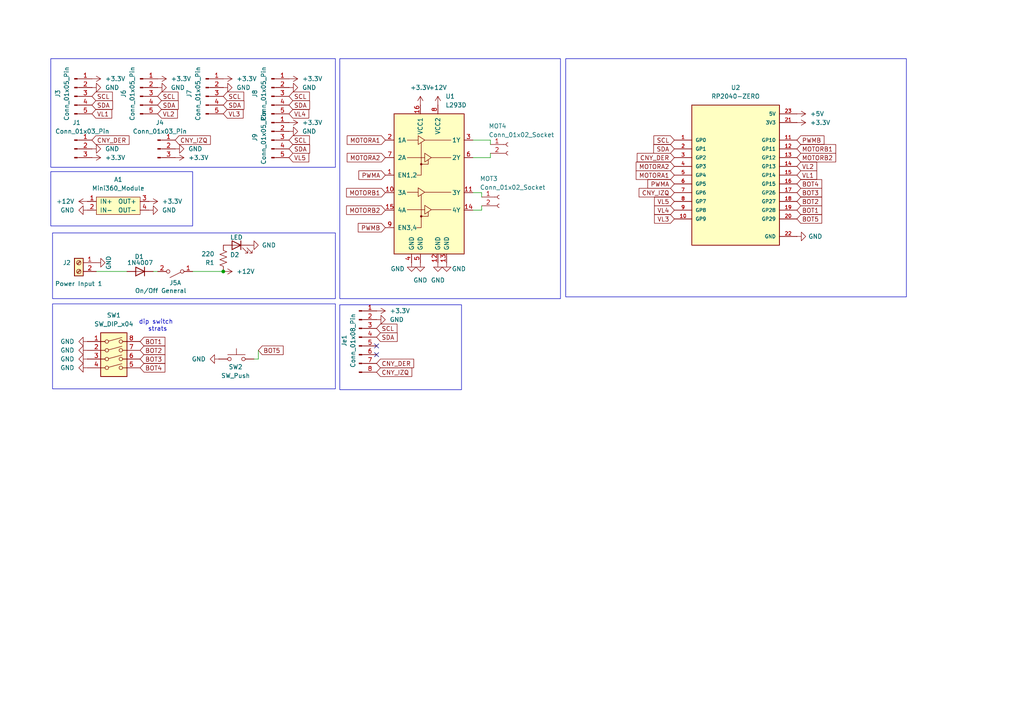
<source format=kicad_sch>
(kicad_sch (version 20250114) (generator "eeschema") (generator_version "9.0")
  (paper "A4")
  (lib_symbols
    (symbol "Charleslabs_Parts:Mini360_Module" (pin_names (offset 1.016))
      (property "Reference" "A" (at -6.35 3.81 0))
      (property "Value" "Mini360_Module" (at 5.08 3.81 0))
      (symbol "Mini360_Module_0_1"
        (rectangle (start -6.35 2.54) (end 6.35 -2.54) (fill (type background)))
      )
      (symbol "Mini360_Module_1_1"
        (pin power_in line (at -8.89 1.27 0) (length 2.54) (name "IN+") (number "1"))
        (pin power_in line (at -8.89 -1.27 0) (length 2.54) (name "IN-") (number "2"))
        (pin power_out line (at 8.89 1.27 180) (length 2.54) (name "OUT+") (number "3"))
        (pin power_in line (at 8.89 -1.27 180) (length 2.54) (name "OUT-") (number "4"))
      )
    )
    (symbol "Connector:Conn_01x02_Socket" (pin_names (offset 1.016) (hide yes))
      (property "Reference" "J" (at 0 2.54 0))
      (property "Value" "Conn_01x02_Socket" (at 0 -5.08 0))
      (symbol "Conn_01x02_Socket_1_1"
        (polyline (pts (xy -1.27 0) (xy -0.508 0)) (stroke (width 0.1524)))
        (polyline (pts (xy -1.27 -2.54) (xy -0.508 -2.54)) (stroke (width 0.1524)))
        (arc (start 0 -0.508) (mid -0.5058 0) (end 0 0.508) (stroke (width 0.1524)))
        (arc (start 0 -3.048) (mid -0.5058 -2.54) (end 0 -2.032) (stroke (width 0.1524)))
        (pin passive line (at -5.08 0 0) (length 3.81) (name "Pin_1") (number "1"))
        (pin passive line (at -5.08 -2.54 0) (length 3.81) (name "Pin_2") (number "2"))
      )
    )
    (symbol "Connector:Conn_01x03_Pin" (pin_names (offset 1.016) (hide yes))
      (property "Reference" "J" (at 0 5.08 0))
      (property "Value" "Conn_01x03_Pin" (at 0 -5.08 0))
      (symbol "Conn_01x03_Pin_1_1"
        (rectangle (start 0.8636 2.667) (end 0 2.413) (stroke (width 0.1524)) (fill (type outline)))
        (rectangle (start 0.8636 0.127) (end 0 -0.127) (stroke (width 0.1524)) (fill (type outline)))
        (rectangle (start 0.8636 -2.413) (end 0 -2.667) (stroke (width 0.1524)) (fill (type outline)))
        (polyline (pts (xy 1.27 2.54) (xy 0.8636 2.54)) (stroke (width 0.1524)))
        (polyline (pts (xy 1.27 0) (xy 0.8636 0)) (stroke (width 0.1524)))
        (polyline (pts (xy 1.27 -2.54) (xy 0.8636 -2.54)) (stroke (width 0.1524)))
        (pin passive line (at 5.08 2.54 180) (length 3.81) (name "Pin_1") (number "1"))
        (pin passive line (at 5.08 0 180) (length 3.81) (name "Pin_2") (number "2"))
        (pin passive line (at 5.08 -2.54 180) (length 3.81) (name "Pin_3") (number "3"))
      )
    )
    (symbol "Connector:Conn_01x05_Pin" (pin_names (offset 1.016) (hide yes))
      (property "Reference" "J" (at 0 7.62 0))
      (property "Value" "Conn_01x05_Pin" (at 0 -7.62 0))
      (symbol "Conn_01x05_Pin_1_1"
        (rectangle (start 0.8636 5.207) (end 0 4.953) (stroke (width 0.1524)) (fill (type outline)))
        (rectangle (start 0.8636 2.667) (end 0 2.413) (stroke (width 0.1524)) (fill (type outline)))
        (rectangle (start 0.8636 0.127) (end 0 -0.127) (stroke (width 0.1524)) (fill (type outline)))
        (rectangle (start 0.8636 -2.413) (end 0 -2.667) (stroke (width 0.1524)) (fill (type outline)))
        (rectangle (start 0.8636 -4.953) (end 0 -5.207) (stroke (width 0.1524)) (fill (type outline)))
        (polyline (pts (xy 1.27 5.08) (xy 0.8636 5.08)) (stroke (width 0.1524)))
        (polyline (pts (xy 1.27 2.54) (xy 0.8636 2.54)) (stroke (width 0.1524)))
        (polyline (pts (xy 1.27 0) (xy 0.8636 0)) (stroke (width 0.1524)))
        (polyline (pts (xy 1.27 -2.54) (xy 0.8636 -2.54)) (stroke (width 0.1524)))
        (polyline (pts (xy 1.27 -5.08) (xy 0.8636 -5.08)) (stroke (width 0.1524)))
        (pin passive line (at 5.08 5.08 180) (length 3.81) (name "Pin_1") (number "1"))
        (pin passive line (at 5.08 2.54 180) (length 3.81) (name "Pin_2") (number "2"))
        (pin passive line (at 5.08 0 180) (length 3.81) (name "Pin_3") (number "3"))
        (pin passive line (at 5.08 -2.54 180) (length 3.81) (name "Pin_4") (number "4"))
        (pin passive line (at 5.08 -5.08 180) (length 3.81) (name "Pin_5") (number "5"))
      )
    )
    (symbol "Connector:Conn_01x08_Pin" (pin_names (offset 1.016) (hide yes))
      (property "Reference" "J" (at 0 10.16 0))
      (property "Value" "Conn_01x08_Pin" (at 0 -12.7 0))
      (symbol "Conn_01x08_Pin_1_1"
        (rectangle (start 0.8636 7.747) (end 0 7.493) (stroke (width 0.1524)) (fill (type outline)))
        (rectangle (start 0.8636 5.207) (end 0 4.953) (stroke (width 0.1524)) (fill (type outline)))
        (rectangle (start 0.8636 2.667) (end 0 2.413) (stroke (width 0.1524)) (fill (type outline)))
        (rectangle (start 0.8636 0.127) (end 0 -0.127) (stroke (width 0.1524)) (fill (type outline)))
        (rectangle (start 0.8636 -2.413) (end 0 -2.667) (stroke (width 0.1524)) (fill (type outline)))
        (rectangle (start 0.8636 -4.953) (end 0 -5.207) (stroke (width 0.1524)) (fill (type outline)))
        (rectangle (start 0.8636 -7.493) (end 0 -7.747) (stroke (width 0.1524)) (fill (type outline)))
        (rectangle (start 0.8636 -10.033) (end 0 -10.287) (stroke (width 0.1524)) (fill (type outline)))
        (polyline (pts (xy 1.27 7.62) (xy 0.8636 7.62)) (stroke (width 0.1524)))
        (polyline (pts (xy 1.27 5.08) (xy 0.8636 5.08)) (stroke (width 0.1524)))
        (polyline (pts (xy 1.27 2.54) (xy 0.8636 2.54)) (stroke (width 0.1524)))
        (polyline (pts (xy 1.27 0) (xy 0.8636 0)) (stroke (width 0.1524)))
        (polyline (pts (xy 1.27 -2.54) (xy 0.8636 -2.54)) (stroke (width 0.1524)))
        (polyline (pts (xy 1.27 -5.08) (xy 0.8636 -5.08)) (stroke (width 0.1524)))
        (polyline (pts (xy 1.27 -7.62) (xy 0.8636 -7.62)) (stroke (width 0.1524)))
        (polyline (pts (xy 1.27 -10.16) (xy 0.8636 -10.16)) (stroke (width 0.1524)))
        (pin passive line (at 5.08 7.62 180) (length 3.81) (name "Pin_1") (number "1"))
        (pin passive line (at 5.08 5.08 180) (length 3.81) (name "Pin_2") (number "2"))
        (pin passive line (at 5.08 2.54 180) (length 3.81) (name "Pin_3") (number "3"))
        (pin passive line (at 5.08 0 180) (length 3.81) (name "Pin_4") (number "4"))
        (pin passive line (at 5.08 -2.54 180) (length 3.81) (name "Pin_5") (number "5"))
        (pin passive line (at 5.08 -5.08 180) (length 3.81) (name "Pin_6") (number "6"))
        (pin passive line (at 5.08 -7.62 180) (length 3.81) (name "Pin_7") (number "7"))
        (pin passive line (at 5.08 -10.16 180) (length 3.81) (name "Pin_8") (number "8"))
      )
    )
    (symbol "Connector:Screw_Terminal_01x02" (pin_names (offset 1.016) (hide yes))
      (property "Reference" "J" (at 0 2.54 0))
      (property "Value" "Screw_Terminal_01x02" (at 0 -5.08 0))
      (symbol "Screw_Terminal_01x02_1_1"
        (rectangle (start -1.27 1.27) (end 1.27 -3.81) (stroke (width 0.254)) (fill (type background)))
        (polyline (pts (xy -0.5334 0.3302) (xy 0.3302 -0.508)) (stroke (width 0.1524)))
        (polyline (pts (xy -0.5334 -2.2098) (xy 0.3302 -3.048)) (stroke (width 0.1524)))
        (polyline (pts (xy -0.3556 0.508) (xy 0.508 -0.3302)) (stroke (width 0.1524)))
        (polyline (pts (xy -0.3556 -2.032) (xy 0.508 -2.8702)) (stroke (width 0.1524)))
        (circle (center 0 0) (radius 0.635) (stroke (width 0.1524)))
        (circle (center 0 -2.54) (radius 0.635) (stroke (width 0.1524)))
        (pin passive line (at -5.08 0 0) (length 3.81) (name "Pin_1") (number "1"))
        (pin passive line (at -5.08 -2.54 0) (length 3.81) (name "Pin_2") (number "2"))
      )
    )
    (symbol "Device:LED" (pin_numbers (hide yes)) (pin_names (offset 1.016) (hide yes))
      (property "Reference" "D" (at 0 2.54 0))
      (property "Value" "LED" (at 0 -2.54 0))
      (symbol "LED_0_1"
        (polyline (pts (xy -3.048 -0.762) (xy -4.572 -2.286) (xy -3.81 -2.286) (xy -4.572 -2.286) (xy -4.572 -1.524)))
        (polyline (pts (xy -1.778 -0.762) (xy -3.302 -2.286) (xy -2.54 -2.286) (xy -3.302 -2.286) (xy -3.302 -1.524)))
        (polyline (pts (xy -1.27 0) (xy 1.27 0)))
        (polyline (pts (xy -1.27 -1.27) (xy -1.27 1.27)) (stroke (width 0.254)))
        (polyline (pts (xy 1.27 -1.27) (xy 1.27 1.27) (xy -1.27 0) (xy 1.27 -1.27)) (stroke (width 0.254)))
      )
      (symbol "LED_1_1"
        (pin passive line (at -3.81 0 0) (length 2.54) (name "K") (number "1"))
        (pin passive line (at 3.81 0 180) (length 2.54) (name "A") (number "2"))
      )
    )
    (symbol "Device:R_US" (pin_numbers (hide yes)) (pin_names (offset 0))
      (property "Reference" "R" (at 2.54 0 90))
      (property "Value" "R_US" (at -2.54 0 90))
      (symbol "R_US_0_1"
        (polyline (pts (xy 0 2.286) (xy 0 2.54)))
        (polyline (pts (xy 0 2.286) (xy 1.016 1.905) (xy 0 1.524) (xy -1.016 1.143) (xy 0 0.762)))
        (polyline (pts (xy 0 0.762) (xy 1.016 0.381) (xy 0 0) (xy -1.016 -0.381) (xy 0 -0.762)))
        (polyline (pts (xy 0 -0.762) (xy 1.016 -1.143) (xy 0 -1.524) (xy -1.016 -1.905) (xy 0 -2.286)))
        (polyline (pts (xy 0 -2.286) (xy 0 -2.54)))
      )
      (symbol "R_US_1_1"
        (pin passive line (at 0 3.81 270) (length 1.27) (name "~") (number "1"))
        (pin passive line (at 0 -3.81 90) (length 1.27) (name "~") (number "2"))
      )
    )
    (symbol "Diode:1N4007" (pin_numbers (hide yes)) (pin_names (hide yes))
      (property "Reference" "D" (at 0 2.54 0))
      (property "Value" "1N4007" (at 0 -2.54 0))
      (symbol "1N4007_0_1"
        (polyline (pts (xy -1.27 1.27) (xy -1.27 -1.27)) (stroke (width 0.254)))
        (polyline (pts (xy 1.27 1.27) (xy 1.27 -1.27) (xy -1.27 0) (xy 1.27 1.27)) (stroke (width 0.254)))
        (polyline (pts (xy 1.27 0) (xy -1.27 0)))
      )
      (symbol "1N4007_1_1"
        (pin passive line (at -3.81 0 0) (length 2.54) (name "K") (number "1"))
        (pin passive line (at 3.81 0 180) (length 2.54) (name "A") (number "2"))
      )
    )
    (symbol "Driver_Motor:L293D" (pin_names (offset 1.016))
      (property "Reference" "U" (at -5.08 26.035 0))
      (property "Value" "L293D" (at -5.08 24.13 0))
      (symbol "L293D_0_1"
        (rectangle (start -10.16 22.86) (end 10.16 -17.78) (stroke (width 0.254)) (fill (type background)))
        (polyline (pts (xy -6.35 15.24) (xy -3.175 15.24)))
        (polyline (pts (xy -6.35 10.16) (xy -1.27 10.16)))
        (polyline (pts (xy -6.35 0.127) (xy -3.175 0.127)))
        (polyline (pts (xy -6.35 -4.953) (xy -1.27 -4.953)))
        (polyline (pts (xy -3.175 16.51) (xy -3.175 13.97) (xy -1.27 15.24) (xy -3.175 16.51)))
        (polyline (pts (xy -3.175 1.397) (xy -3.175 -1.143) (xy -1.27 0.127) (xy -3.175 1.397)))
        (polyline (pts (xy -2.286 14.478) (xy -2.286 5.08) (xy -3.556 5.08)))
        (circle (center -2.286 8.255) (radius 0.254) (fill (type outline)))
        (polyline (pts (xy -2.286 8.255) (xy -0.254 8.255) (xy -0.254 9.525)))
        (polyline (pts (xy -2.286 -0.635) (xy -2.286 -10.16) (xy -3.556 -10.16)))
        (circle (center -2.286 -6.858) (radius 0.254) (fill (type outline)))
        (polyline (pts (xy -2.286 -6.858) (xy -0.254 -6.858) (xy -0.254 -5.588)))
        (polyline (pts (xy -1.27 15.24) (xy 6.35 15.24)))
        (polyline (pts (xy -1.27 11.43) (xy -1.27 8.89) (xy 0.635 10.16) (xy -1.27 11.43)))
        (polyline (pts (xy -1.27 0.127) (xy 6.35 0.127)))
        (polyline (pts (xy -1.27 -3.683) (xy -1.27 -6.223) (xy 0.635 -4.953) (xy -1.27 -3.683)))
        (polyline (pts (xy 0.635 10.16) (xy 6.35 10.16)))
        (polyline (pts (xy 0.635 -4.953) (xy 6.35 -4.953)))
      )
      (symbol "L293D_1_1"
        (pin input line (at -12.7 15.24 0) (length 2.54) (name "1A") (number "2"))
        (pin input line (at -12.7 10.16 0) (length 2.54) (name "2A") (number "7"))
        (pin input line (at -12.7 5.08 0) (length 2.54) (name "EN1,2") (number "1"))
        (pin input line (at -12.7 0 0) (length 2.54) (name "3A") (number "10"))
        (pin input line (at -12.7 -5.08 0) (length 2.54) (name "4A") (number "15"))
        (pin input line (at -12.7 -10.16 0) (length 2.54) (name "EN3,4") (number "9"))
        (pin power_in line (at -5.08 -20.32 90) (length 2.54) (name "GND") (number "4"))
        (pin power_in line (at -2.54 25.4 270) (length 2.54) (name "VCC1") (number "16"))
        (pin power_in line (at -2.54 -20.32 90) (length 2.54) (name "GND") (number "5"))
        (pin power_in line (at 2.54 25.4 270) (length 2.54) (name "VCC2") (number "8"))
        (pin power_in line (at 2.54 -20.32 90) (length 2.54) (name "GND") (number "12"))
        (pin power_in line (at 5.08 -20.32 90) (length 2.54) (name "GND") (number "13"))
        (pin output line (at 12.7 15.24 180) (length 2.54) (name "1Y") (number "3"))
        (pin output line (at 12.7 10.16 180) (length 2.54) (name "2Y") (number "6"))
        (pin output line (at 12.7 0 180) (length 2.54) (name "3Y") (number "11"))
        (pin output line (at 12.7 -5.08 180) (length 2.54) (name "4Y") (number "14"))
      )
    )
    (symbol "RP2040-ZERO:RP2040-ZERO" (pin_names (offset 1.016))
      (property "Reference" "U" (at -12.7 21.082 0))
      (property "Value" "RP2040-ZERO" (at -12.7 -22.86 0))
      (symbol "RP2040-ZERO_0_0"
        (rectangle (start -12.7 -20.32) (end 12.7 20.32) (stroke (width 0.254)) (fill (type background)))
        (pin bidirectional line (at -17.78 10.16 0) (length 5.08) (name "GP0") (number "1"))
        (pin bidirectional line (at -17.78 7.62 0) (length 5.08) (name "GP1") (number "2"))
        (pin bidirectional line (at -17.78 5.08 0) (length 5.08) (name "GP2") (number "3"))
        (pin bidirectional line (at -17.78 2.54 0) (length 5.08) (name "GP3") (number "4"))
        (pin bidirectional line (at -17.78 0 0) (length 5.08) (name "GP4") (number "5"))
        (pin bidirectional line (at -17.78 -2.54 0) (length 5.08) (name "GP5") (number "6"))
        (pin bidirectional line (at -17.78 -5.08 0) (length 5.08) (name "GP6") (number "7"))
        (pin bidirectional line (at -17.78 -7.62 0) (length 5.08) (name "GP7") (number "8"))
        (pin bidirectional line (at -17.78 -10.16 0) (length 5.08) (name "GP8") (number "9"))
        (pin bidirectional line (at -17.78 -12.7 0) (length 5.08) (name "GP9") (number "10"))
        (pin power_in line (at 17.78 17.78 180) (length 5.08) (name "5V") (number "23"))
        (pin power_in line (at 17.78 15.24 180) (length 5.08) (name "3V3") (number "21"))
        (pin bidirectional line (at 17.78 10.16 180) (length 5.08) (name "GP10") (number "11"))
        (pin bidirectional line (at 17.78 7.62 180) (length 5.08) (name "GP11") (number "12"))
        (pin bidirectional line (at 17.78 5.08 180) (length 5.08) (name "GP12") (number "13"))
        (pin bidirectional line (at 17.78 2.54 180) (length 5.08) (name "GP13") (number "14"))
        (pin bidirectional line (at 17.78 0 180) (length 5.08) (name "GP14") (number "15"))
        (pin bidirectional line (at 17.78 -2.54 180) (length 5.08) (name "GP15") (number "16"))
        (pin bidirectional line (at 17.78 -5.08 180) (length 5.08) (name "GP26") (number "17"))
        (pin bidirectional line (at 17.78 -7.62 180) (length 5.08) (name "GP27") (number "18"))
        (pin bidirectional line (at 17.78 -10.16 180) (length 5.08) (name "GP28") (number "19"))
        (pin bidirectional line (at 17.78 -12.7 180) (length 5.08) (name "GP29") (number "20"))
        (pin power_in line (at 17.78 -17.78 180) (length 5.08) (name "GND") (number "22"))
      )
    )
    (symbol "Switch:SW_DIP_x04" (pin_names (offset 0) (hide yes))
      (property "Reference" "SW" (at 0 8.89 0))
      (property "Value" "SW_DIP_x04" (at 0 -6.35 0))
      (symbol "SW_DIP_x04_0_0"
        (circle (center -2.032 5.08) (radius 0.508))
        (circle (center -2.032 2.54) (radius 0.508))
        (circle (center -2.032 0) (radius 0.508))
        (circle (center -2.032 -2.54) (radius 0.508))
        (polyline (pts (xy -1.524 5.207) (xy 2.3622 6.2484)))
        (polyline (pts (xy -1.524 2.667) (xy 2.3622 3.7084)))
        (polyline (pts (xy -1.524 0.127) (xy 2.3622 1.1684)))
        (polyline (pts (xy -1.524 -2.3876) (xy 2.3622 -1.3462)))
        (circle (center 2.032 5.08) (radius 0.508))
        (circle (center 2.032 2.54) (radius 0.508))
        (circle (center 2.032 0) (radius 0.508))
        (circle (center 2.032 -2.54) (radius 0.508))
      )
      (symbol "SW_DIP_x04_0_1"
        (rectangle (start -3.81 7.62) (end 3.81 -5.08) (stroke (width 0.254)) (fill (type background)))
      )
      (symbol "SW_DIP_x04_1_1"
        (pin passive line (at -7.62 5.08 0) (length 5.08) (name "~") (number "1"))
        (pin passive line (at -7.62 2.54 0) (length 5.08) (name "~") (number "2"))
        (pin passive line (at -7.62 0 0) (length 5.08) (name "~") (number "3"))
        (pin passive line (at -7.62 -2.54 0) (length 5.08) (name "~") (number "4"))
        (pin passive line (at 7.62 5.08 180) (length 5.08) (name "~") (number "8"))
        (pin passive line (at 7.62 2.54 180) (length 5.08) (name "~") (number "7"))
        (pin passive line (at 7.62 0 180) (length 5.08) (name "~") (number "6"))
        (pin passive line (at 7.62 -2.54 180) (length 5.08) (name "~") (number "5"))
      )
    )
    (symbol "Switch:SW_DPST_x2" (pin_names (offset 0) (hide yes))
      (property "Reference" "SW" (at 0 3.175 0))
      (property "Value" "SW_DPST_x2" (at 0 -2.54 0))
      (symbol "SW_DPST_x2_0_0"
        (circle (center -2.032 0) (radius 0.508))
        (polyline (pts (xy -1.524 0.254) (xy 1.524 1.778)))
        (circle (center 2.032 0) (radius 0.508))
      )
      (symbol "SW_DPST_x2_1_1"
        (pin passive line (at -5.08 0 0) (length 2.54) (name "A") (number "1"))
        (pin passive line (at 5.08 0 180) (length 2.54) (name "B") (number "2"))
      )
      (symbol "SW_DPST_x2_2_1"
        (pin passive line (at -5.08 0 0) (length 2.54) (name "A") (number "3"))
        (pin passive line (at 5.08 0 180) (length 2.54) (name "B") (number "4"))
      )
    )
    (symbol "Switch:SW_Push" (pin_numbers (hide yes)) (pin_names (offset 1.016) (hide yes))
      (property "Reference" "SW" (at 1.27 2.54 0))
      (property "Value" "SW_Push" (at 0 -1.524 0))
      (symbol "SW_Push_0_1"
        (circle (center -2.032 0) (radius 0.508))
        (polyline (pts (xy 0 1.27) (xy 0 3.048)))
        (circle (center 2.032 0) (radius 0.508))
        (polyline (pts (xy 2.54 1.27) (xy -2.54 1.27)))
        (pin passive line (at -5.08 0 0) (length 2.54) (name "1") (number "1"))
        (pin passive line (at 5.08 0 180) (length 2.54) (name "2") (number "2"))
      )
    )
    (symbol "power:+12V" (power) (pin_numbers (hide yes)) (pin_names (offset 0) (hide yes))
      (property "Value" "+12V" (at 0 3.556 0))
      (symbol "+12V_0_1"
        (polyline (pts (xy -0.762 1.27) (xy 0 2.54)))
        (polyline (pts (xy 0 2.54) (xy 0.762 1.27)))
        (polyline (pts (xy 0 0) (xy 0 2.54)))
      )
      (symbol "+12V_1_1"
        (pin power_in line (at 0 0 90) (length 0) (name "~") (number "1"))
      )
    )
    (symbol "power:+3.3V" (power) (pin_numbers (hide yes)) (pin_names (offset 0) (hide yes))
      (property "Value" "+3.3V" (at 0 3.556 0))
      (symbol "+3.3V_0_1"
        (polyline (pts (xy -0.762 1.27) (xy 0 2.54)))
        (polyline (pts (xy 0 2.54) (xy 0.762 1.27)))
        (polyline (pts (xy 0 0) (xy 0 2.54)))
      )
      (symbol "+3.3V_1_1"
        (pin power_in line (at 0 0 90) (length 0) (name "~") (number "1"))
      )
    )
    (symbol "power:+5V" (power) (pin_numbers (hide yes)) (pin_names (offset 0) (hide yes))
      (property "Value" "+5V" (at 0 3.556 0))
      (symbol "+5V_0_1"
        (polyline (pts (xy -0.762 1.27) (xy 0 2.54)))
        (polyline (pts (xy 0 2.54) (xy 0.762 1.27)))
        (polyline (pts (xy 0 0) (xy 0 2.54)))
      )
      (symbol "+5V_1_1"
        (pin power_in line (at 0 0 90) (length 0) (name "~") (number "1"))
      )
    )
    (symbol "power:GND" (power) (pin_numbers (hide yes)) (pin_names (offset 0) (hide yes))
      (property "Value" "GND" (at 0 -3.81 0))
      (symbol "GND_0_1"
        (polyline (pts (xy 0 0) (xy 0 -1.27) (xy 1.27 -1.27) (xy 0 -2.54) (xy -1.27 -1.27) (xy 0 -1.27)))
      )
      (symbol "GND_1_1"
        (pin power_in line (at 0 0 270) (length 0) (name "~") (number "1"))
      )
    )
  )
  (rectangle (start 15.24 67.564) (end 97.282 86.614))
  (rectangle (start 14.732 49.784) (end 55.88 65.532))
  (rectangle (start 164.084 17.018) (end 262.89 86.106))
  (rectangle (start 98.552 17.018) (end 162.56 86.614))
  (rectangle (start 98.552 88.392) (end 133.858 113.03))
  (rectangle (start 15.24 88.138) (end 97.282 112.776))
  (rectangle (start 14.732 17.018) (end 97.282 48.514))
  (text "dip switch \nstrats\n" (at 45.72 94.488 0) (effects (font (size 1.27 1.27))))
  (junction (at 64.77 78.74))
  (no_connect (at 109.22 102.87))
  (no_connect (at 109.22 100.33))
  (wire (pts (xy 137.16 55.88) (xy 139.7 55.88)))
  (wire (pts (xy 64.77 78.74) (xy 55.88 78.74)))
  (wire (pts (xy 74.93 104.14) (xy 73.66 104.14)))
  (wire (pts (xy 142.24 40.64) (xy 142.24 41.91)))
  (wire (pts (xy 137.16 45.72) (xy 142.24 45.72)))
  (wire (pts (xy 74.93 101.6) (xy 74.93 104.14)))
  (wire (pts (xy 137.16 40.64) (xy 142.24 40.64)))
  (wire (pts (xy 142.24 44.45) (xy 142.24 45.72)))
  (wire (pts (xy 27.94 78.74) (xy 36.83 78.74)))
  (wire (pts (xy 139.7 60.96) (xy 139.7 59.69)))
  (wire (pts (xy 139.7 55.88) (xy 139.7 57.15)))
  (wire (pts (xy 45.72 78.74) (xy 44.45 78.74)))
  (wire (pts (xy 137.16 60.96) (xy 139.7 60.96)))
  (global_label "VL3" (shape input) (at 195.58 63.5 180) (property "Intersheetrefs" "${INTERSHEET_REFS}" (effects (hide yes))))
  (global_label "SDA" (shape input) (at 109.22 97.79 0) (property "Intersheetrefs" "${INTERSHEET_REFS}" (effects (hide yes))))
  (global_label "MOTORA2" (shape input) (at 111.76 45.72 180) (property "Intersheetrefs" "${INTERSHEET_REFS}" (effects (hide yes))))
  (global_label "SDA" (shape input) (at 83.82 43.18 0) (property "Intersheetrefs" "${INTERSHEET_REFS}" (effects (hide yes))))
  (global_label "VL4" (shape input) (at 195.58 60.96 180) (property "Intersheetrefs" "${INTERSHEET_REFS}" (effects (hide yes))))
  (global_label "MOTORB2" (shape input) (at 231.14 45.72 0) (property "Intersheetrefs" "${INTERSHEET_REFS}" (effects (hide yes))))
  (global_label "MOTORB2" (shape input) (at 111.76 60.96 180) (property "Intersheetrefs" "${INTERSHEET_REFS}" (effects (hide yes))))
  (global_label "VL2" (shape input) (at 231.14 48.26 0) (property "Intersheetrefs" "${INTERSHEET_REFS}" (effects (hide yes))))
  (global_label "BOT4" (shape input) (at 231.14 53.34 0) (property "Intersheetrefs" "${INTERSHEET_REFS}" (effects (hide yes))))
  (global_label "MOTORA1" (shape input) (at 195.58 50.8 180) (property "Intersheetrefs" "${INTERSHEET_REFS}" (effects (hide yes))))
  (global_label "VL2" (shape input) (at 45.72 33.02 0) (property "Intersheetrefs" "${INTERSHEET_REFS}" (effects (hide yes))))
  (global_label "BOT1" (shape input) (at 40.64 99.06 0) (property "Intersheetrefs" "${INTERSHEET_REFS}" (effects (hide yes))))
  (global_label "BOT5" (shape input) (at 74.93 101.6 0) (property "Intersheetrefs" "${INTERSHEET_REFS}" (effects (hide yes))))
  (global_label "SCL" (shape input) (at 83.82 27.94 0) (property "Intersheetrefs" "${INTERSHEET_REFS}" (effects (hide yes))))
  (global_label "CNY_DER" (shape input) (at 109.22 105.41 0) (property "Intersheetrefs" "${INTERSHEET_REFS}" (effects (hide yes))))
  (global_label "VL3" (shape input) (at 64.77 33.02 0) (property "Intersheetrefs" "${INTERSHEET_REFS}" (effects (hide yes))))
  (global_label "BOT1" (shape input) (at 231.14 60.96 0) (property "Intersheetrefs" "${INTERSHEET_REFS}" (effects (hide yes))))
  (global_label "SDA" (shape input) (at 195.58 43.18 180) (property "Intersheetrefs" "${INTERSHEET_REFS}" (effects (hide yes))))
  (global_label "SDA" (shape input) (at 83.82 30.48 0) (property "Intersheetrefs" "${INTERSHEET_REFS}" (effects (hide yes))))
  (global_label "SCL" (shape input) (at 195.58 40.64 180) (property "Intersheetrefs" "${INTERSHEET_REFS}" (effects (hide yes))))
  (global_label "CNY_IZQ" (shape input) (at 50.8 40.64 0) (property "Intersheetrefs" "${INTERSHEET_REFS}" (effects (hide yes))))
  (global_label "SDA" (shape input) (at 64.77 30.48 0) (property "Intersheetrefs" "${INTERSHEET_REFS}" (effects (hide yes))))
  (global_label "SCL" (shape input) (at 109.22 95.25 0) (property "Intersheetrefs" "${INTERSHEET_REFS}" (effects (hide yes))))
  (global_label "PWMB" (shape input) (at 231.14 40.64 0) (property "Intersheetrefs" "${INTERSHEET_REFS}" (effects (hide yes))))
  (global_label "BOT2" (shape input) (at 231.14 58.42 0) (property "Intersheetrefs" "${INTERSHEET_REFS}" (effects (hide yes))))
  (global_label "VL4" (shape input) (at 83.82 33.02 0) (property "Intersheetrefs" "${INTERSHEET_REFS}" (effects (hide yes))))
  (global_label "BOT3" (shape input) (at 231.14 55.88 0) (property "Intersheetrefs" "${INTERSHEET_REFS}" (effects (hide yes))))
  (global_label "VL1" (shape input) (at 26.67 33.02 0) (property "Intersheetrefs" "${INTERSHEET_REFS}" (effects (hide yes))))
  (global_label "CNY_IZQ" (shape input) (at 109.22 107.95 0) (property "Intersheetrefs" "${INTERSHEET_REFS}" (effects (hide yes))))
  (global_label "PWMA" (shape input) (at 111.76 50.8 180) (property "Intersheetrefs" "${INTERSHEET_REFS}" (effects (hide yes))))
  (global_label "MOTORA1" (shape input) (at 111.76 40.64 180) (property "Intersheetrefs" "${INTERSHEET_REFS}" (effects (hide yes))))
  (global_label "SCL" (shape input) (at 64.77 27.94 0) (property "Intersheetrefs" "${INTERSHEET_REFS}" (effects (hide yes))))
  (global_label "SCL" (shape input) (at 26.67 27.94 0) (property "Intersheetrefs" "${INTERSHEET_REFS}" (effects (hide yes))))
  (global_label "MOTORB1" (shape input) (at 111.76 55.88 180) (property "Intersheetrefs" "${INTERSHEET_REFS}" (effects (hide yes))))
  (global_label "VL1" (shape input) (at 231.14 50.8 0) (property "Intersheetrefs" "${INTERSHEET_REFS}" (effects (hide yes))))
  (global_label "PWMA" (shape input) (at 195.58 53.34 180) (property "Intersheetrefs" "${INTERSHEET_REFS}" (effects (hide yes))))
  (global_label "BOT2" (shape input) (at 40.64 101.6 0) (property "Intersheetrefs" "${INTERSHEET_REFS}" (effects (hide yes))))
  (global_label "CNY_DER" (shape input) (at 26.67 40.64 0) (property "Intersheetrefs" "${INTERSHEET_REFS}" (effects (hide yes))))
  (global_label "PWMB" (shape input) (at 111.76 66.04 180) (property "Intersheetrefs" "${INTERSHEET_REFS}" (effects (hide yes))))
  (global_label "BOT4" (shape input) (at 40.64 106.68 0) (property "Intersheetrefs" "${INTERSHEET_REFS}" (effects (hide yes))))
  (global_label "CNY_DER" (shape input) (at 195.58 45.72 180) (property "Intersheetrefs" "${INTERSHEET_REFS}" (effects (hide yes))))
  (global_label "SCL" (shape input) (at 45.72 27.94 0) (property "Intersheetrefs" "${INTERSHEET_REFS}" (effects (hide yes))))
  (global_label "SDA" (shape input) (at 45.72 30.48 0) (property "Intersheetrefs" "${INTERSHEET_REFS}" (effects (hide yes))))
  (global_label "BOT5" (shape input) (at 231.14 63.5 0) (property "Intersheetrefs" "${INTERSHEET_REFS}" (effects (hide yes))))
  (global_label "MOTORA2" (shape input) (at 195.58 48.26 180) (property "Intersheetrefs" "${INTERSHEET_REFS}" (effects (hide yes))))
  (global_label "MOTORB1" (shape input) (at 231.14 43.18 0) (property "Intersheetrefs" "${INTERSHEET_REFS}" (effects (hide yes))))
  (global_label "SDA" (shape input) (at 26.67 30.48 0) (property "Intersheetrefs" "${INTERSHEET_REFS}" (effects (hide yes))))
  (global_label "CNY_IZQ" (shape input) (at 195.58 55.88 180) (property "Intersheetrefs" "${INTERSHEET_REFS}" (effects (hide yes))))
  (global_label "VL5" (shape input) (at 83.82 45.72 0) (property "Intersheetrefs" "${INTERSHEET_REFS}" (effects (hide yes))))
  (global_label "VL5" (shape input) (at 195.58 58.42 180) (property "Intersheetrefs" "${INTERSHEET_REFS}" (effects (hide yes))))
  (global_label "BOT3" (shape input) (at 40.64 104.14 0) (property "Intersheetrefs" "${INTERSHEET_REFS}" (effects (hide yes))))
  (global_label "SCL" (shape input) (at 83.82 40.64 0) (property "Intersheetrefs" "${INTERSHEET_REFS}" (effects (hide yes))))
  (symbol (lib_id "power:+3.3V") (at 43.18 58.42 270) (unit 1)
    (property "Reference" "#PWR010" (effects (hide yes)))
    (property "Value" "+3.3V" (at 46.99 58.4199 90) (effects (justify left)))
    (property "Description" "Power symbol creates a global label with name \"+3.3V\"" (effects (hide yes)))
  )
  (symbol (lib_id "power:GND") (at 109.22 92.71 90) (unit 1)
    (property "Reference" "#PWR024" (effects (hide yes)))
    (property "Value" "GND" (at 113.03 92.7099 90) (effects (justify right)))
    (property "Description" "Power symbol creates a global label with name \"GND\" , ground" (effects (hide yes)))
  )
  (symbol (lib_id "Connector:Conn_01x08_Pin") (at 104.14 97.79 0) (unit 1)
    (property "Reference" "Je1" (at 99.822 98.806 90))
    (property "Value" "Conn_01x08_Pin" (at 102.362 98.806 90))
    (property "Footprint" "Connector_PinHeader_2.54mm:PinHeader_1x08_P2.54mm_Vertical" (effects (hide yes)))
    (property "Description" "Generic connector, single row, 01x08, script generated" (effects (hide yes)))
  )
  (symbol (lib_id "power:GND") (at 43.18 60.96 90) (unit 1)
    (property "Reference" "#PWR013" (effects (hide yes)))
    (property "Value" "GND" (at 46.99 60.9599 90) (effects (justify right)))
    (property "Description" "Power symbol creates a global label with name \"GND\" , ground" (effects (hide yes)))
  )
  (symbol (lib_id "power:+3.3V") (at 64.77 22.86 270) (unit 1)
    (property "Reference" "#PWR020" (effects (hide yes)))
    (property "Value" "+3.3V" (at 68.58 22.8599 90) (effects (justify left)))
    (property "Description" "Power symbol creates a global label with name \"+3.3V\"" (effects (hide yes)))
  )
  (symbol (lib_id "power:GND") (at 25.4 106.68 270) (unit 1)
    (property "Reference" "#PWR06" (effects (hide yes)))
    (property "Value" "GND" (at 21.59 106.6799 90) (effects (justify right)))
    (property "Description" "Power symbol creates a global label with name \"GND\" , ground" (effects (hide yes)))
  )
  (symbol (lib_id "power:GND") (at 27.94 76.2 90) (unit 1)
    (property "Reference" "#PWR09" (effects (hide yes)))
    (property "Value" "GND" (at 31.496 76.2 0))
    (property "Description" "Power symbol creates a global label with name \"GND\" , ground" (effects (hide yes)))
  )
  (symbol (lib_id "power:GND") (at 121.92 76.2 0) (unit 1)
    (property "Reference" "#PWR027" (effects (hide yes)))
    (property "Value" "GND" (at 121.92 81.28 0))
    (property "Description" "Power symbol creates a global label with name \"GND\" , ground" (effects (hide yes)))
  )
  (symbol (lib_id "power:GND") (at 25.4 101.6 270) (unit 1)
    (property "Reference" "#PWR04" (effects (hide yes)))
    (property "Value" "GND" (at 21.59 101.5999 90) (effects (justify right)))
    (property "Description" "Power symbol creates a global label with name \"GND\" , ground" (effects (hide yes)))
  )
  (symbol (lib_id "Diode:1N4007") (at 40.64 78.74 180) (unit 1)
    (property "Reference" "D1" (at 40.386 74.422 0))
    (property "Value" "1N4007" (at 40.64 76.2 0))
    (property "Footprint" "Diode_SMD:D_1206_3216Metric_Pad1.42x1.75mm_HandSolder" (effects (hide yes)))
    (property "Datasheet" "http://www.vishay.com/docs/88503/1n4001.pdf" (effects (hide yes)))
    (property "Description" "1000V 1A General Purpose Rectifier Diode, DO-41" (effects (hide yes)))
    (property "Sim.Device" "D" (effects (hide yes)))
    (property "Sim.Pins" "1=K 2=A" (effects (hide yes)))
  )
  (symbol (lib_id "power:GND") (at 25.4 104.14 270) (unit 1)
    (property "Reference" "#PWR05" (effects (hide yes)))
    (property "Value" "GND" (at 21.59 104.1399 90) (effects (justify right)))
    (property "Description" "Power symbol creates a global label with name \"GND\" , ground" (effects (hide yes)))
  )
  (symbol (lib_id "Switch:SW_Push") (at 68.58 104.14 0) (unit 1)
    (property "Reference" "SW2" (at 68.326 106.426 0))
    (property "Value" "SW_Push" (at 68.326 108.966 0))
    (property "Footprint" "Button_Switch_THT:SW_PUSH_6mm" (effects (hide yes)))
    (property "Description" "Push button switch, generic, two pins" (effects (hide yes)))
  )
  (symbol (lib_id "power:+3.3V") (at 26.67 22.86 270) (unit 1)
    (property "Reference" "#PWR011" (effects (hide yes)))
    (property "Value" "+3.3V" (at 30.48 22.8599 90) (effects (justify left)))
    (property "Description" "Power symbol creates a global label with name \"+3.3V\"" (effects (hide yes)))
  )
  (symbol (lib_id "power:+5V") (at 231.14 33.02 270) (unit 1)
    (property "Reference" "#PWR034" (effects (hide yes)))
    (property "Value" "+5V" (at 234.95 33.0199 90) (effects (justify left)))
    (property "Description" "Power symbol creates a global label with name \"+5V\"" (effects (hide yes)))
  )
  (symbol (lib_id "Connector:Conn_01x05_Pin") (at 21.59 27.94 0) (unit 1)
    (property "Reference" "J3" (at 16.764 27.178 90))
    (property "Value" "Conn_01x05_Pin" (at 19.304 27.178 90))
    (property "Footprint" "Connector_Molex:Molex_KK-254_AE-6410-05A_1x05_P2.54mm_Vertical" (effects (hide yes)))
    (property "Description" "Generic connector, single row, 01x05, script generated" (effects (hide yes)))
  )
  (symbol (lib_id "Connector:Conn_01x02_Socket") (at 144.78 57.15 0) (unit 1)
    (property "Reference" "MOT3" (at 139.192 51.816 0) (effects (justify left)))
    (property "Value" "Conn_01x02_Socket" (at 139.192 54.356 0) (effects (justify left)))
    (property "Footprint" "Connector_Molex:Molex_KK-254_AE-6410-02A_1x02_P2.54mm_Vertical" (effects (hide yes)))
    (property "Description" "Generic connector, single row, 01x02, script generated" (effects (hide yes)))
  )
  (symbol (lib_id "power:GND") (at 119.38 76.2 0) (unit 1)
    (property "Reference" "#PWR025" (effects (hide yes)))
    (property "Value" "GND" (at 115.316 77.978 0))
    (property "Description" "Power symbol creates a global label with name \"GND\" , ground" (effects (hide yes)))
  )
  (symbol (lib_id "power:+3.3V") (at 83.82 35.56 270) (unit 1)
    (property "Reference" "#PWR033" (effects (hide yes)))
    (property "Value" "+3.3V" (at 87.63 35.5599 90) (effects (justify left)))
    (property "Description" "Power symbol creates a global label with name \"+3.3V\"" (effects (hide yes)))
  )
  (symbol (lib_id "power:GND") (at 63.5 104.14 270) (unit 1)
    (property "Reference" "#PWR018" (effects (hide yes)))
    (property "Value" "GND" (at 59.69 104.1399 90) (effects (justify right)))
    (property "Description" "Power symbol creates a global label with name \"GND\" , ground" (effects (hide yes)))
  )
  (symbol (lib_id "Connector:Conn_01x05_Pin") (at 78.74 40.64 0) (unit 1)
    (property "Reference" "J9" (at 73.914 39.878 90))
    (property "Value" "Conn_01x05_Pin" (at 76.454 39.878 90))
    (property "Footprint" "Connector_Molex:Molex_KK-254_AE-6410-05A_1x05_P2.54mm_Vertical" (effects (hide yes)))
    (property "Description" "Generic connector, single row, 01x05, script generated" (effects (hide yes)))
  )
  (symbol (lib_id "Connector:Conn_01x05_Pin") (at 59.69 27.94 0) (unit 1)
    (property "Reference" "J7" (at 54.864 27.178 90))
    (property "Value" "Conn_01x05_Pin" (at 57.404 27.178 90))
    (property "Footprint" "Connector_Molex:Molex_KK-254_AE-6410-05A_1x05_P2.54mm_Vertical" (effects (hide yes)))
    (property "Description" "Generic connector, single row, 01x05, script generated" (effects (hide yes)))
  )
  (symbol (lib_id "power:+12V") (at 127 30.48 0) (unit 1)
    (property "Reference" "#PWR028" (effects (hide yes)))
    (property "Value" "+12V" (at 127 25.4 0))
    (property "Description" "Power symbol creates a global label with name \"+12V\"" (effects (hide yes)))
  )
  (symbol (lib_id "power:+3.3V") (at 83.82 22.86 270) (unit 1)
    (property "Reference" "#PWR031" (effects (hide yes)))
    (property "Value" "+3.3V" (at 87.63 22.8599 90) (effects (justify left)))
    (property "Description" "Power symbol creates a global label with name \"+3.3V\"" (effects (hide yes)))
  )
  (symbol (lib_id "power:GND") (at 129.54 76.2 0) (unit 1)
    (property "Reference" "#PWR030" (effects (hide yes)))
    (property "Value" "GND" (at 133.096 77.978 0))
    (property "Description" "Power symbol creates a global label with name \"GND\" , ground" (effects (hide yes)))
  )
  (symbol (lib_id "Charleslabs_Parts:Mini360_Module") (at 34.29 59.69 0) (unit 1)
    (property "Reference" "A1" (at 34.29 52.07 0))
    (property "Value" "Mini360_Module" (at 34.29 54.61 0))
    (property "Footprint" "Charleslabs_Parts:Mini360_Module" (effects (hide yes)))
  )
  (symbol (lib_id "power:GND") (at 25.4 60.96 270) (unit 1)
    (property "Reference" "#PWR02" (effects (hide yes)))
    (property "Value" "GND" (at 21.59 60.9599 90) (effects (justify right)))
    (property "Description" "Power symbol creates a global label with name \"GND\" , ground" (effects (hide yes)))
  )
  (symbol (lib_id "Device:LED") (at 68.58 71.12 0) (mirror y) (unit 1)
    (property "Reference" "D2" (at 68.072 73.914 0))
    (property "Value" "LED" (at 68.58 68.834 0))
    (property "Footprint" "LED_THT:LED_D3.0mm_FlatTop" (effects (hide yes)))
    (property "Description" "Light emitting diode" (effects (hide yes)))
  )
  (symbol (lib_id "Connector:Conn_01x03_Pin") (at 21.59 43.18 0) (unit 1)
    (property "Reference" "J1" (at 22.225 35.56 0))
    (property "Value" "Conn_01x03_Pin" (at 23.876 38.1 0))
    (property "Footprint" "Connector_PinHeader_2.54mm:PinHeader_1x03_P2.54mm_Vertical" (effects (hide yes)))
    (property "Description" "Generic connector, single row, 01x03, script generated" (effects (hide yes)))
  )
  (symbol (lib_id "power:GND") (at 83.82 38.1 90) (unit 1)
    (property "Reference" "#PWR037" (effects (hide yes)))
    (property "Value" "GND" (at 87.63 38.0999 90) (effects (justify right)))
    (property "Description" "Power symbol creates a global label with name \"GND\" , ground" (effects (hide yes)))
  )
  (symbol (lib_id "Switch:SW_DPST_x2") (at 50.8 78.74 180) (unit 1)
    (property "Reference" "J5" (at 52.578 82.042 0) (effects (justify left)))
    (property "Value" "On/Off General" (at 54.102 84.328 0) (effects (justify left)))
    (property "Footprint" "Button_Switch_THT:SW_Slide_SPDT_Straight_CK_OS102011MS2Q" (effects (hide yes)))
    (property "Description" "Single Pole Single Throw (SPST) switch, separate symbol" (effects (hide yes)))
  )
  (symbol (lib_id "power:+3.3V") (at 45.72 22.86 270) (unit 1)
    (property "Reference" "#PWR014" (effects (hide yes)))
    (property "Value" "+3.3V" (at 49.53 22.8599 90) (effects (justify left)))
    (property "Description" "Power symbol creates a global label with name \"+3.3V\"" (effects (hide yes)))
  )
  (symbol (lib_id "power:+3.3V") (at 26.67 45.72 270) (unit 1)
    (property "Reference" "#PWR08" (effects (hide yes)))
    (property "Value" "+3.3V" (at 30.48 45.7199 90) (effects (justify left)))
    (property "Description" "Power symbol creates a global label with name \"+3.3V\"" (effects (hide yes)))
  )
  (symbol (lib_id "power:GND") (at 72.39 71.12 90) (unit 1)
    (property "Reference" "#PWR022" (effects (hide yes)))
    (property "Value" "GND" (at 75.946 71.12 90) (effects (justify right)))
    (property "Description" "Power symbol creates a global label with name \"GND\" , ground" (effects (hide yes)))
  )
  (symbol (lib_id "power:GND") (at 25.4 99.06 270) (unit 1)
    (property "Reference" "#PWR03" (effects (hide yes)))
    (property "Value" "GND" (at 21.59 99.0599 90) (effects (justify right)))
    (property "Description" "Power symbol creates a global label with name \"GND\" , ground" (effects (hide yes)))
  )
  (symbol (lib_id "Connector:Conn_01x03_Pin") (at 45.72 43.18 0) (unit 1)
    (property "Reference" "J4" (at 46.355 35.56 0))
    (property "Value" "Conn_01x03_Pin" (at 46.355 38.1 0))
    (property "Footprint" "Connector_PinHeader_2.54mm:PinHeader_1x03_P2.54mm_Vertical" (effects (hide yes)))
    (property "Description" "Generic connector, single row, 01x03, script generated" (effects (hide yes)))
  )
  (symbol (lib_id "power:+3.3V") (at 231.14 35.56 270) (unit 1)
    (property "Reference" "#PWR035" (effects (hide yes)))
    (property "Value" "+3.3V" (at 234.95 35.5599 90) (effects (justify left)))
    (property "Description" "Power symbol creates a global label with name \"+3.3V\"" (effects (hide yes)))
  )
  (symbol (lib_id "Device:R_US") (at 64.77 74.93 180) (unit 1)
    (property "Reference" "R1" (at 62.23 76.2001 0) (effects (justify left)))
    (property "Value" "220" (at 62.23 73.6601 0) (effects (justify left)))
    (property "Footprint" "Resistor_SMD:R_1206_3216Metric_Pad1.30x1.75mm_HandSolder" (effects (hide yes)))
    (property "Description" "Resistor, US symbol" (effects (hide yes)))
  )
  (symbol (lib_id "power:GND") (at 45.72 25.4 90) (unit 1)
    (property "Reference" "#PWR015" (effects (hide yes)))
    (property "Value" "GND" (at 49.53 25.3999 90) (effects (justify right)))
    (property "Description" "Power symbol creates a global label with name \"GND\" , ground" (effects (hide yes)))
  )
  (symbol (lib_id "Connector:Screw_Terminal_01x02") (at 22.86 76.2 0) (mirror y) (unit 1)
    (property "Reference" "J2" (at 20.574 76.1999 0) (effects (justify left)))
    (property "Value" "Power Input 1" (at 29.718 82.296 0) (effects (justify left)))
    (property "Footprint" "Connector_AMASS:AMASS_XT30U-F_1x02_P5.0mm_Vertical" (effects (hide yes)))
    (property "Description" "Generic screw terminal, single row, 01x02, script generated (kicad-library-utils/schlib/autogen/connector/)" (effects (hide yes)))
  )
  (symbol (lib_id "Driver_Motor:L293D") (at 124.46 55.88 0) (unit 1)
    (property "Reference" "U1" (at 129.1941 27.94 0) (effects (justify left)))
    (property "Value" "L293D" (at 129.1941 30.48 0) (effects (justify left)))
    (property "Footprint" "Package_DIP:DIP-16_W7.62mm" (effects (hide yes)))
    (property "Datasheet" "http://www.ti.com/lit/ds/symlink/l293.pdf" (effects (hide yes)))
    (property "Description" "Quadruple Half-H Drivers" (effects (hide yes)))
  )
  (symbol (lib_id "power:GND") (at 50.8 43.18 90) (unit 1)
    (property "Reference" "#PWR016" (effects (hide yes)))
    (property "Value" "GND" (at 54.61 43.1799 90) (effects (justify right)))
    (property "Description" "Power symbol creates a global label with name \"GND\" , ground" (effects (hide yes)))
  )
  (symbol (lib_id "power:GND") (at 26.67 25.4 90) (unit 1)
    (property "Reference" "#PWR012" (effects (hide yes)))
    (property "Value" "GND" (at 30.48 25.3999 90) (effects (justify right)))
    (property "Description" "Power symbol creates a global label with name \"GND\" , ground" (effects (hide yes)))
  )
  (symbol (lib_id "power:+3.3V") (at 121.92 30.48 0) (unit 1)
    (property "Reference" "#PWR026" (effects (hide yes)))
    (property "Value" "+3.3V" (at 121.92 25.4 0))
    (property "Description" "Power symbol creates a global label with name \"+3.3V\"" (effects (hide yes)))
  )
  (symbol (lib_id "Connector:Conn_01x05_Pin") (at 78.74 27.94 0) (unit 1)
    (property "Reference" "J8" (at 73.914 27.178 90))
    (property "Value" "Conn_01x05_Pin" (at 76.454 27.178 90))
    (property "Footprint" "Connector_Molex:Molex_KK-254_AE-6410-05A_1x05_P2.54mm_Vertical" (effects (hide yes)))
    (property "Description" "Generic connector, single row, 01x05, script generated" (effects (hide yes)))
  )
  (symbol (lib_id "Connector:Conn_01x02_Socket") (at 147.32 41.91 0) (unit 1)
    (property "Reference" "MOT4" (at 141.732 36.576 0) (effects (justify left)))
    (property "Value" "Conn_01x02_Socket" (at 141.732 39.116 0) (effects (justify left)))
    (property "Footprint" "Connector_Molex:Molex_KK-254_AE-6410-02A_1x02_P2.54mm_Vertical" (effects (hide yes)))
    (property "Description" "Generic connector, single row, 01x02, script generated" (effects (hide yes)))
  )
  (symbol (lib_id "power:+3.3V") (at 109.22 90.17 270) (unit 1)
    (property "Reference" "#PWR023" (effects (hide yes)))
    (property "Value" "+3.3V" (at 113.03 90.1699 90) (effects (justify left)))
    (property "Description" "Power symbol creates a global label with name \"+3.3V\"" (effects (hide yes)))
  )
  (symbol (lib_id "power:GND") (at 127 76.2 0) (unit 1)
    (property "Reference" "#PWR029" (effects (hide yes)))
    (property "Value" "GND" (at 127 81.28 0))
    (property "Description" "Power symbol creates a global label with name \"GND\" , ground" (effects (hide yes)))
  )
  (symbol (lib_id "Switch:SW_DIP_x04") (at 33.02 104.14 0) (unit 1)
    (property "Reference" "SW1" (at 33.02 91.44 0))
    (property "Value" "SW_DIP_x04" (at 33.02 93.98 0))
    (property "Footprint" "SW_DIP_SPSTx04_Slide_6.7x11.72mm_W7.62mm_P2.54mm_LowProfile" (effects (hide yes)))
    (property "Description" "4x DIP Switch, Single Pole Single Throw (SPST) switch, small symbol" (effects (hide yes)))
  )
  (symbol (lib_id "power:GND") (at 83.82 25.4 90) (unit 1)
    (property "Reference" "#PWR032" (effects (hide yes)))
    (property "Value" "GND" (at 87.63 25.3999 90) (effects (justify right)))
    (property "Description" "Power symbol creates a global label with name \"GND\" , ground" (effects (hide yes)))
  )
  (symbol (lib_id "power:+3.3V") (at 50.8 45.72 270) (unit 1)
    (property "Reference" "#PWR017" (effects (hide yes)))
    (property "Value" "+3.3V" (at 54.61 45.7199 90) (effects (justify left)))
    (property "Description" "Power symbol creates a global label with name \"+3.3V\"" (effects (hide yes)))
  )
  (symbol (lib_id "power:+12V") (at 64.77 78.74 270) (unit 1)
    (property "Reference" "#PWR019" (effects (hide yes)))
    (property "Value" "+12V" (at 68.58 78.7399 90) (effects (justify left)))
    (property "Description" "Power symbol creates a global label with name \"+12V\"" (effects (hide yes)))
  )
  (symbol (lib_id "RP2040-ZERO:RP2040-ZERO") (at 213.36 50.8 0) (unit 1)
    (property "Reference" "U2" (at 213.36 25.4 0))
    (property "Value" "RP2040-ZERO" (at 213.36 27.94 0))
    (property "Footprint" "RP2040-ZERO:MODULE_RP2040-ZERO" (effects (hide yes)))
    (property "MF" "Waveshare Electronics" (effects (hide yes)))
    (property "MAXIMUM_PACKAGE_HEIGHT" "5.35mm" (effects (hide yes)))
    (property "Package" "Package" (effects (hide yes)))
    (property "Price" "None" (effects (hide yes)))
    (property "Check_prices" "https://www.snapeda.com/parts/RP2040-ZERO/Waveshare+Electronics/view-part/?ref=eda" (effects (hide yes)))
    (property "STANDARD" "Manufacturer Recommendations" (effects (hide yes)))
    (property "PARTREV" "NA" (effects (hide yes)))
    (property "SnapEDA_Link" "https://www.snapeda.com/parts/RP2040-ZERO/Waveshare+Electronics/view-part/?ref=snap" (effects (hide yes)))
    (property "MP" "RP2040-ZERO" (effects (hide yes)))
    (property "Description_1" "Low-Cost, High-Performance Pico-Like MCU Board Based On Raspberry Pi Microcontroller RP2040" (effects (hide yes)))
    (property "Availability" "Not in stock" (effects (hide yes)))
    (property "MANUFACTURER" "Waveshare" (effects (hide yes)))
  )
  (symbol (lib_id "power:GND") (at 26.67 43.18 90) (unit 1)
    (property "Reference" "#PWR07" (effects (hide yes)))
    (property "Value" "GND" (at 30.48 43.1799 90) (effects (justify right)))
    (property "Description" "Power symbol creates a global label with name \"GND\" , ground" (effects (hide yes)))
  )
  (symbol (lib_id "power:+12V") (at 25.4 58.42 90) (unit 1)
    (property "Reference" "#PWR01" (effects (hide yes)))
    (property "Value" "+12V" (at 21.59 58.4199 90) (effects (justify left)))
    (property "Description" "Power symbol creates a global label with name \"+12V\"" (effects (hide yes)))
  )
  (symbol (lib_id "power:GND") (at 64.77 25.4 90) (unit 1)
    (property "Reference" "#PWR021" (effects (hide yes)))
    (property "Value" "GND" (at 68.58 25.3999 90) (effects (justify right)))
    (property "Description" "Power symbol creates a global label with name \"GND\" , ground" (effects (hide yes)))
  )
  (symbol (lib_id "power:GND") (at 231.14 68.58 90) (unit 1)
    (property "Reference" "#PWR036" (effects (hide yes)))
    (property "Value" "GND" (at 236.474 68.58 90))
    (property "Description" "Power symbol creates a global label with name \"GND\" , ground" (effects (hide yes)))
  )
  (symbol (lib_id "Connector:Conn_01x05_Pin") (at 40.64 27.94 0) (unit 1)
    (property "Reference" "J6" (at 35.814 27.178 90))
    (property "Value" "Conn_01x05_Pin" (at 38.354 27.178 90))
    (property "Footprint" "Connector_Molex:Molex_KK-254_AE-6410-05A_1x05_P2.54mm_Vertical" (effects (hide yes)))
    (property "Description" "Generic connector, single row, 01x05, script generated" (effects (hide yes)))
  )
)
</source>
